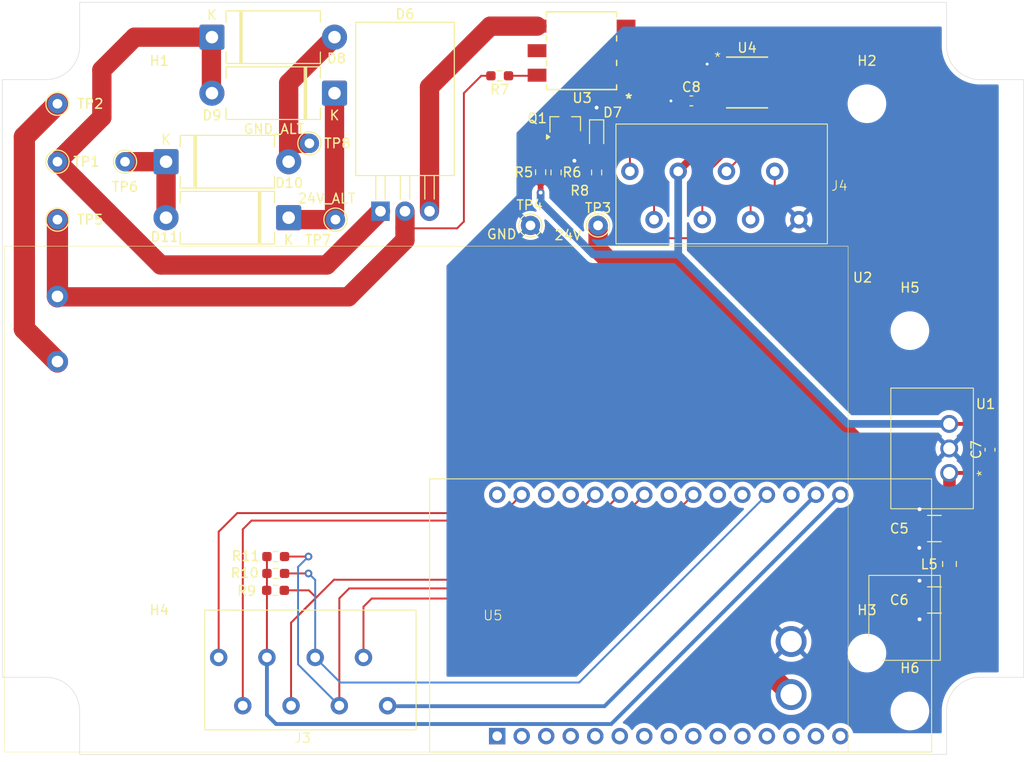
<source format=kicad_pcb>
(kicad_pcb (version 20241229) (generator "pcbnew") (generator_version "9.0")
  (layers (0 "F.Cu" signal) (2 "B.Cu" signal) (13 "F.Paste" user) (15 "B.Paste" user) (5 "F.SilkS" user "F.Silkscreen") (7 "B.SilkS" user "B.Silkscreen") (1 "F.Mask" user) (3 "B.Mask" user) (25 "Edge.Cuts" user))
  (net 0 "")
  (net 1 "Net-(U1-Vin)")
  (net 2 "GND")
  (net 3 "+24V")
  (net 4 "+3V3")
  (net 5 "Net-(D6-G)")
  (net 6 "/Smart Roaster/TC+")
  (net 7 "/Smart Roaster/TC-")
  (net 8 "/Smart Roaster/nCS")
  (net 9 "/Smart Roaster/HEAT_ON")
  (net 10 "/Smart Roaster/POCI")
  (net 11 "/Smart Roaster/SCK")
  (net 12 "Net-(Q1-C)")
  (net 13 "Net-(Q1-B)")
  (net 14 "Net-(U3-A)")
  (net 15 "Net-(U3-A2)")
  (net 16 "/Smart Roaster/N (blue)")
  (net 18 "/Smart Roaster/heat_blue")
  (net 19 "/Smart Roaster/heat_black")
  (net 20 "Net-(D7-A)")
  (net 21 "Net-(J3-Pin_1)")
  (net 22 "Net-(J3-Pin_2)")
  (net 44 "GND_mc")
  (net 45 "/Smart Roaster/HEAT_ON_mc")
  (net 46 "/Smart Roaster/POCI_mc")
  (net 47 "+3V3_mc")
  (net 48 "/Smart Roaster/SCK_mc")
  (net 49 "/Smart Roaster/nCS_mc")
  (net 51 "Net-(D11-K)")
  (net 52 "/Smart Roaster/heat_white")
  (net 53 "Net-(D10-A)")
  (footprint "Diode_THT:D_DO-201_P12.70mm_Horizontal" (layer "F.Cu") (at 29.65 22.3 180)
    (property "Reference" "D11" (at 12.85 -2 0) (layer "F.SilkS"))
    (property "Value" "1N5401")
    (fp_line (start 11.235 2.725) (end 11.235 1.54) (stroke (width 0.12)) (layer "F.SilkS"))
    (fp_line (start 11.235 -2.725) (end 11.235 -1.54) (stroke (width 0.12)) (layer "F.SilkS"))
    (fp_line (start 3.1345 -2.725) (end 3.1345 2.725) (stroke (width 0.12)) (layer "F.SilkS"))
    (fp_line (start 3.0145 -2.725) (end 3.0145 2.725) (stroke (width 0.12)) (layer "F.SilkS"))
    (fp_line (start 2.8945 -2.725) (end 2.8945 2.725) (stroke (width 0.12)) (layer "F.SilkS"))
    (fp_line (start 1.465 2.725) (end 11.235 2.725) (stroke (width 0.12)) (layer "F.SilkS"))
    (fp_line (start 1.465 1.54) (end 1.465 2.725) (stroke (width 0.12)) (layer "F.SilkS"))
    (fp_line (start 1.465 -1.54) (end 1.465 -2.725) (stroke (width 0.12)) (layer "F.SilkS"))
    (fp_line (start 1.465 -2.725) (end 11.235 -2.725) (stroke (width 0.12)) (layer "F.SilkS"))
    (fp_text user "K" (at 0 -2.3 0) (layer "F.SilkS"))
    (pad "1" thru_hole roundrect (at 0 0 180) (size 2.6 2.6) (drill 1.3) (layers "*.Cu" "*.Mask") (roundrect_rratio 0.096154) (net 51 "Net-(D11-K)"))
    (pad "2" thru_hole circle (at 12.7 0 180) (size 2.6 2.6) (drill 1.3) (layers "*.Cu" "*.Mask") (net 52 "/Smart Roaster/heat_white"))
  )
  (footprint "Resistor_SMD:R_0603_1608Metric_Pad0.98x0.95mm_HandSolder" (layer "F.Cu") (at 61.55 17.6125 90)
    (property "Reference" "R8" (at -1.8875 -1.75 180) (layer "F.SilkS"))
    (property "Value" "10K")
    (fp_line (start -0.254724 -0.5225) (end 0.254724 -0.5225) (stroke (width 0.12)) (layer "F.SilkS"))
    (fp_line (start -0.254724 0.5225) (end 0.254724 0.5225) (stroke (width 0.12)) (layer "F.SilkS"))
    (pad "1" smd roundrect (at -0.9125 0 90) (size 0.975 0.95) (layers "F.Cu" "F.Mask" "F.Paste") (net 9 "/Smart Roaster/HEAT_ON"))
    (pad "2" smd roundrect (at 0.9125 0 90) (size 0.975 0.95) (layers "F.Cu" "F.Mask" "F.Paste") (net 20 "Net-(D7-A)"))
  )
  (footprint "TestPoint:TestPoint_THTPad_D2.0mm_Drill1.0mm" (layer "F.Cu") (at 5.7 16.5)
    (property "Reference" "TP1" (at 3 0.002 0) (layer "F.SilkS"))
    (property "Value" "TestPoint")
    (fp_circle (center 0 0) (end 0 1.2) (stroke (width 0.12)) (fill no) (layer "F.SilkS"))
    (pad "1" thru_hole circle (at 0 0) (size 2 2) (drill 1) (layers "*.Cu" "*.Mask") (net 18 "/Smart Roaster/heat_blue"))
  )
  (footprint "Capacitor_SMD:C_1210_3225Metric_Pad1.33x2.70mm_HandSolder" (layer "F.Cu") (at 96.5375 54.5 180)
    (property "Reference" "C5" (at 3.6375 0 0) (layer "F.SilkS"))
    (property "Value" "10uF")
    (fp_line (start -0.711252 1.36) (end 0.711252 1.36) (stroke (width 0.12)) (layer "F.SilkS"))
    (fp_line (start -0.711252 -1.36) (end 0.711252 -1.36) (stroke (width 0.12)) (layer "F.SilkS"))
    (pad "1" smd roundrect (at -1.5625 0 180) (size 1.325 2.7) (layers "F.Cu" "F.Mask" "F.Paste") (roundrect_rratio 0.188679) (net 1 "Net-(U1-Vin)"))
    (pad "2" smd roundrect (at 1.5625 0 180) (size 1.325 2.7) (layers "F.Cu" "F.Mask" "F.Paste") (roundrect_rratio 0.188679) (net 2 "GND"))
  )
  (footprint "Resistor_SMD:R_0603_1608Metric_Pad0.98x0.95mm_HandSolder" (layer "F.Cu") (at 28.3125 59.15 180)
    (property "Reference" "R10" (at 3.2125 0.05 0) (layer "F.SilkS"))
    (property "Value" "10K")
    (fp_line (start -0.254724 0.5225) (end 0.254724 0.5225) (stroke (width 0.12)) (layer "F.SilkS"))
    (fp_line (start -0.254724 -0.5225) (end 0.254724 -0.5225) (stroke (width 0.12)) (layer "F.SilkS"))
    (pad "1" smd roundrect (at -0.9125 0 180) (size 0.975 0.95) (layers "F.Cu" "F.Mask" "F.Paste") (net 49 "/Smart Roaster/nCS_mc"))
    (pad "2" smd roundrect (at 0.9125 0 180) (size 0.975 0.95) (layers "F.Cu" "F.Mask" "F.Paste") (net 47 "+3V3_mc"))
  )
  (footprint "Resistor_SMD:R_0603_1608Metric_Pad0.98x0.95mm_HandSolder" (layer "F.Cu") (at 57.35 17.6125 90)
    (property "Reference" "R6" (at 0.0125 1.65 180) (layer "F.SilkS"))
    (property "Value" "100R")
    (fp_line (start -0.254724 -0.5225) (end 0.254724 -0.5225) (stroke (width 0.12)) (layer "F.SilkS"))
    (fp_line (start -0.254724 0.5225) (end 0.254724 0.5225) (stroke (width 0.12)) (layer "F.SilkS"))
    (pad "1" smd roundrect (at -0.9125 0 90) (size 0.975 0.95) (layers "F.Cu" "F.Mask" "F.Paste") (net 9 "/Smart Roaster/HEAT_ON"))
    (pad "2" smd roundrect (at 0.9125 0 90) (size 0.975 0.95) (layers "F.Cu" "F.Mask" "F.Paste") (net 13 "Net-(Q1-B)"))
  )
  (footprint "Diode_THT:D_DO-201_P12.70mm_Horizontal" (layer "F.Cu") (at 21.7 3.6)
    (property "Reference" "D8" (at 12.9 2.2 0) (layer "F.SilkS"))
    (property "Value" "1N5401")
    (fp_line (start 1.465 -2.725) (end 11.235 -2.725) (stroke (width 0.12)) (layer "F.SilkS"))
    (fp_line (start 1.465 -1.54) (end 1.465 -2.725) (stroke (width 0.12)) (layer "F.SilkS"))
    (fp_line (start 1.465 1.54) (end 1.465 2.725) (stroke (width 0.12)) (layer "F.SilkS"))
    (fp_line (start 1.465 2.725) (end 11.235 2.725) (stroke (width 0.12)) (layer "F.SilkS"))
    (fp_line (start 2.8945 -2.725) (end 2.8945 2.725) (stroke (width 0.12)) (layer "F.SilkS"))
    (fp_line (start 3.0145 -2.725) (end 3.0145 2.725) (stroke (width 0.12)) (layer "F.SilkS"))
    (fp_line (start 3.1345 -2.725) (end 3.1345 2.725) (stroke (width 0.12)) (layer "F.SilkS"))
    (fp_line (start 11.235 -2.725) (end 11.235 -1.54) (stroke (width 0.12)) (layer "F.SilkS"))
    (fp_line (start 11.235 2.725) (end 11.235 1.54) (stroke (width 0.12)) (layer "F.SilkS"))
    (fp_text user "K" (at 0 -2.3 0) (layer "F.SilkS"))
    (pad "1" thru_hole roundrect (at 0 0) (size 2.6 2.6) (drill 1.3) (layers "*.Cu" "*.Mask") (roundrect_rratio 0.096154) (net 18 "/Smart Roaster/heat_blue"))
    (pad "2" thru_hole circle (at 12.7 0) (size 2.6 2.6) (drill 1.3) (layers "*.Cu" "*.Mask") (net 53 "Net-(D10-A)"))
  )
  (footprint "MountingHole:MountingHole_3.5mm" (layer "F.Cu") (at 94 34)
    (property "Reference" "H5" (at 0 -4.45 0) (layer "F.SilkS"))
    (property "Value" "MountingHole")
    (pad "" np_thru_hole circle (at 0 0) (size 3.5 3.5) (drill 3.5) (layers "*.Cu" "*.Mask"))
  )
  (footprint "Capacitor_SMD:C_1210_3225Metric_Pad1.33x2.70mm_HandSolder" (layer "F.Cu") (at 96.5375 61.9 180)
    (property "Reference" "C6" (at 3.6375 0 0) (layer "F.SilkS"))
    (property "Value" "10uF")
    (fp_line (start -0.711252 1.36) (end 0.711252 1.36) (stroke (width 0.12)) (layer "F.SilkS"))
    (fp_line (start -0.711252 -1.36) (end 0.711252 -1.36) (stroke (width 0.12)) (layer "F.SilkS"))
    (pad "1" smd roundrect (at -1.5625 0 180) (size 1.325 2.7) (layers "F.Cu" "F.Mask" "F.Paste") (roundrect_rratio 0.188679) (net 3 "+24V"))
    (pad "2" smd roundrect (at 1.5625 0 180) (size 1.325 2.7) (layers "F.Cu" "F.Mask" "F.Paste") (roundrect_rratio 0.188679) (net 2 "GND"))
  )
  (footprint "Capacitor_SMD:C_0603_1608Metric_Pad1.08x0.95mm_HandSolder" (layer "F.Cu") (at 71.3625 10.2)
    (property "Reference" "C8" (at 0 -1.43 0) (layer "F.SilkS"))
    (property "Value" "100nF")
    (fp_line (start -0.146267 -0.51) (end 0.146267 -0.51) (stroke (width 0.12)) (layer "F.SilkS"))
    (fp_line (start -0.146267 0.51) (end 0.146267 0.51) (stroke (width 0.12)) (layer "F.SilkS"))
    (pad "1" smd roundrect (at -0.8625 0) (size 1.075 0.95) (layers "F.Cu" "F.Mask" "F.Paste") (net 2 "GND"))
    (pad "2" smd roundrect (at 0.8625 0) (size 1.075 0.95) (layers "F.Cu" "F.Mask" "F.Paste") (net 4 "+3V3"))
  )
  (footprint "Inductor_SMD:L_0805_2012Metric_Pad1.15x1.40mm_HandSolder" (layer "F.Cu") (at 98.1 58.175 90)
    (property "Reference" "L5" (at -0.025 -2.1 0) (layer "F.SilkS"))
    (property "Value" "100uH")
    (fp_line (start -0.261252 -0.71) (end 0.261252 -0.71) (stroke (width 0.12)) (layer "F.SilkS"))
    (fp_line (start -0.261252 0.71) (end 0.261252 0.71) (stroke (width 0.12)) (layer "F.SilkS"))
    (pad "1" smd roundrect (at -1.025 0 90) (size 1.15 1.4) (layers "F.Cu" "F.Mask" "F.Paste") (roundrect_rratio 0.217391) (net 3 "+24V"))
    (pad "2" smd roundrect (at 1.025 0 90) (size 1.15 1.4) (layers "F.Cu" "F.Mask" "F.Paste") (roundrect_rratio 0.217391) (net 1 "Net-(U1-Vin)"))
  )
  (footprint "Capacitor_SMD:C_0603_1608Metric_Pad1.08x0.95mm_HandSolder" (layer "F.Cu") (at 102.3 46.3325 90)
    (property "Reference" "C7" (at 0 -1.43 90) (layer "F.SilkS"))
    (property "Value" "1nF")
    (fp_line (start -0.146267 -0.51) (end 0.146267 -0.51) (stroke (width 0.12)) (layer "F.SilkS"))
    (fp_line (start -0.146267 0.51) (end 0.146267 0.51) (stroke (width 0.12)) (layer "F.SilkS"))
    (pad "1" smd roundrect (at -0.8625 0 90) (size 1.075 0.95) (layers "F.Cu" "F.Mask" "F.Paste") (net 1 "Net-(U1-Vin)"))
    (pad "2" smd roundrect (at 0.8625 0 90) (size 1.075 0.95) (layers "F.Cu" "F.Mask" "F.Paste") (net 4 "+3V3"))
  )
  (footprint "Package_TO_SOT_THT:TO-220-3_Horizontal_TabDown" (layer "F.Cu") (at 39.16 21.63)
    (property "Reference" "D6" (at 2.54 -20.41 0) (layer "F.SilkS"))
    (property "Value" "BTA24-600BWRG")
    (fp_line (start -2.57 -19.57) (end 7.65 -19.57) (stroke (width 0.12)) (layer "F.SilkS"))
    (fp_line (start -2.57 -3.7) (end -2.57 -19.57) (stroke (width 0.12)) (layer "F.SilkS"))
    (fp_line (start -2.57 -3.7) (end 7.65 -3.7) (stroke (width 0.12)) (layer "F.SilkS"))
    (fp_line (start -0.485 -3.7) (end -0.485 -1.26) (stroke (width 0.12)) (layer "F.SilkS"))
    (fp_line (start 0.485 -3.7) (end 0.485 -1.26) (stroke (width 0.12)) (layer "F.SilkS"))
    (fp_line (start 2.055 -3.7) (end 2.055 -1.26) (stroke (width 0.12)) (layer "F.SilkS"))
    (fp_line (start 3.025 -3.7) (end 3.025 -1.26) (stroke (width 0.12)) (layer "F.SilkS"))
    (fp_line (start 4.595 -3.7) (end 4.595 -1.26) (stroke (width 0.12)) (layer "F.SilkS"))
    (fp_line (start 5.565 -3.7) (end 5.565 -1.26) (stroke (width 0.12)) (layer "F.SilkS"))
    (fp_line (start 7.65 -3.7) (end 7.65 -19.57) (stroke (width 0.12)) (layer "F.SilkS"))
    (pad "" np_thru_hole circle (at 2.54 -16.66) (size 3.5 3.5) (drill 3.5) (layers "*.Cu" "*.Mask"))
    (pad "1" thru_hole rect (at 0 0) (size 1.905 2) (drill 1.1) (layers "*.Cu" "*.Mask") (net 18 "/Smart Roaster/heat_blue"))
    (pad "2" thru_hole oval (at 2.54 0) (size 1.905 2) (drill 1.1) (layers "*.Cu" "*.Mask") (net 19 "/Smart Roaster/heat_black"))
    (pad "3" thru_hole oval (at 5.08 0) (size 1.905 2) (drill 1.1) (layers "*.Cu" "*.Mask") (net 5 "Net-(D6-G)"))
  )
  (footprint "MountingHole:MountingHole_3.5mm" (layer "F.Cu") (at 16.25 67.4)
    (property "Reference" "H4" (at 0 -4.45 0) (layer "F.SilkS"))
    (property "Value" "MountingHole")
    (pad "" np_thru_hole circle (at 0 0) (size 3.5 3.5) (drill 3.5) (layers "*.Cu" "*.Mask"))
  )
  (footprint "TestPoint:TestPoint_THTPad_D2.0mm_Drill1.0mm" (layer "F.Cu") (at 5.7 22.5)
    (property "Reference" "TP5" (at 3.4 0 0) (layer "F.SilkS"))
    (property "Value" "TestPoint")
    (fp_circle (center 0 0) (end 0 1.2) (stroke (width 0.12)) (fill no) (layer "F.SilkS"))
    (pad "1" thru_hole circle (at 0 0) (size 2 2) (drill 1) (layers "*.Cu" "*.Mask") (net 19 "/Smart Roaster/heat_black"))
  )
  (footprint "TestPoint:TestPoint_THTPad_D2.0mm_Drill1.0mm" (layer "F.Cu") (at 5.7 10.5)
    (property "Reference" "TP2" (at 3.4 0 0) (layer "F.SilkS"))
    (property "Value" "TestPoint")
    (fp_circle (center 0 0) (end 0 1.2) (stroke (width 0.12)) (fill no) (layer "F.SilkS"))
    (pad "1" thru_hole circle (at 0 0) (size 2 2) (drill 1) (layers "*.Cu" "*.Mask") (net 16 "/Smart Roaster/N (blue)"))
  )
  (footprint "LED_SMD:LED_0603_1608Metric_Pad1.05x0.95mm_HandSolder" (layer "F.Cu") (at 61.55 13.825 -90)
    (property "Reference" "D7" (at -2.425 -1.65 180) (layer "F.SilkS"))
    (property "Value" "Green")
    (fp_line (start -1.66 0.735) (end 0.8 0.735) (stroke (width 0.12)) (layer "F.SilkS"))
    (fp_line (start -1.66 -0.735) (end -1.66 0.735) (stroke (width 0.12)) (layer "F.SilkS"))
    (fp_line (start 0.8 -0.735) (end -1.66 -0.735) (stroke (width 0.12)) (layer "F.SilkS"))
    (pad "1" smd roundrect (at -0.875 0 270) (size 1.05 0.95) (layers "F.Cu" "F.Mask" "F.Paste") (net 2 "GND"))
    (pad "2" smd roundrect (at 0.875 0 270) (size 1.05 0.95) (layers "F.Cu" "F.Mask" "F.Paste") (net 20 "Net-(D7-A)"))
  )
  (footprint "Package_TO_SOT_SMD:SOT-23_Handsoldering" (layer "F.Cu") (at 58.3 12.6 90)
    (property "Reference" "Q1" (at 0.6 -2.9 180) (layer "F.SilkS"))
    (property "Value" "BC847B")
    (fp_line (start 0.76 -1.58) (end 0.76 -0.65) (stroke (width 0.12)) (layer "F.SilkS"))
    (fp_line (start -0.04 -1.58) (end 0.76 -1.58) (stroke (width 0.12)) (layer "F.SilkS"))
    (fp_line (start -0.04 -1.58) (end -0.84 -1.58) (stroke (width 0.12)) (layer "F.SilkS"))
    (fp_line (start 0.76 1.58) (end 0.76 0.65) (stroke (width 0.12)) (layer "F.SilkS"))
    (fp_line (start 0.76 1.58) (end -0.7 1.58) (stroke (width 0.12)) (layer "F.SilkS"))
    (fp_poly (pts (xy -1.34 -1.61) (xy -1.58 -1.94) (xy -1.1 -1.94) (xy -1.34 -1.61)) (stroke (width 0.12)) (fill yes) (layer "F.SilkS"))
    (pad "1" smd roundrect (at -1.5 -0.95 90) (size 1.9 0.8) (layers "F.Cu" "F.Mask" "F.Paste") (net 13 "Net-(Q1-B)"))
    (pad "2" smd roundrect (at -1.5 0.95 90) (size 1.9 0.8) (layers "F.Cu" "F.Mask" "F.Paste") (net 2 "GND"))
    (pad "3" smd roundrect (at 1.5 0 90) (size 1.9 0.8) (layers "F.Cu" "F.Mask" "F.Paste") (net 12 "Net-(Q1-C)"))
  )
  (footprint "TestPoint:TestPoint_THTPad_D2.0mm_Drill1.0mm" (layer "F.Cu") (at 54.7 23.1)
    (property "Reference" "TP4" (at -0.1 -2.1 0) (layer "F.SilkS"))
    (property "Value" "TestPoint")
    (fp_circle (center 0 0) (end 0 1.2) (stroke (width 0.12)) (fill no) (layer "F.SilkS"))
    (pad "1" thru_hole circle (at 0 0) (size 2 2) (drill 1) (layers "*.Cu" "*.Mask") (net 2 "GND"))
  )
  (footprint "MountingHole:MountingHole_3.5mm" (layer "F.Cu") (at 16.25 10.5)
    (property "Reference" "H1" (at 0 -4.45 0) (layer "F.SilkS"))
    (property "Value" "MountingHole")
    (pad "" np_thru_hole circle (at 0 0) (size 3.5 3.5) (drill 3.5) (layers "*.Cu" "*.Mask"))
  )
  (footprint "proj_footprints:IRM60_MEANWELL" (layer "F.Cu") (at 43.9 51.45)
    (property "Reference" "U2" (at 45.2 -22.95 180) (layer "F.SilkS"))
    (property "Value" "IRM-45-24")
    (fp_rect (start -43.7 -26.2) (end 43.7 26.2) (stroke (width 0.05)) (fill no) (layer "F.SilkS"))
    (pad "1" thru_hole circle (at -38.2 -21) (size 2.2 2.2) (drill 1.2) (layers "*.Cu" "*.Mask") (net 19 "/Smart Roaster/heat_black"))
    (pad "2" thru_hole circle (at -38.2 -14.25) (size 2.2 2.2) (drill 1.2) (layers "*.Cu" "*.Mask") (net 16 "/Smart Roaster/N (blue)"))
    (pad "3" thru_hole circle (at 37.8 20.25) (size 3.2 3.2) (drill 2.2) (layers "*.Cu" "*.Mask") (net 3 "+24V"))
    (pad "4" thru_hole circle (at 37.8 14.75) (size 3.2 3.2) (drill 2.2) (layers "*.Cu" "*.Mask") (net 2 "GND"))
  )
  (footprint "Resistor_SMD:R_0603_1608Metric_Pad0.98x0.95mm_HandSolder" (layer "F.Cu") (at 51.5125 7.6 180)
    (property "Reference" "R7" (at 0 -1.43 0) (layer "F.SilkS"))
    (property "Value" "10K0")
    (fp_line (start -0.254724 0.5225) (end 0.254724 0.5225) (stroke (width 0.12)) (layer "F.SilkS"))
    (fp_line (start -0.254724 -0.5225) (end 0.254724 -0.5225) (stroke (width 0.12)) (layer "F.SilkS"))
    (pad "1" smd roundrect (at -0.9125 0 180) (size 0.975 0.95) (layers "F.Cu" "F.Mask" "F.Paste") (net 15 "Net-(U3-A2)"))
    (pad "2" smd roundrect (at 0.9125 0 180) (size 0.975 0.95) (layers "F.Cu" "F.Mask" "F.Paste") (net 19 "/Smart Roaster/heat_black"))
  )
  (footprint "proj_footprints:1990067_PHOENIX" (layer "F.Cu") (at 73.75 20 180)
    (property "Reference" "J4" (at -12.95 1 0) (layer "F.SilkS") (effects (font (thickness 0.1))))
    (property "Value" "~")
    (fp_rect (start -11.7 -5) (end 10.2 7.4) (stroke (width 0.1)) (fill no) (layer "F.SilkS"))
    (pad "1" thru_hole circle (at 8.75 2.5 180) (size 1.8 1.8) (drill 1) (layers "*.Cu" "*.Mask") (net 7 "/Smart Roaster/TC-"))
    (pad "2" thru_hole circle (at 6.25 -2.5 180) (size 1.8 1.8) (drill 1) (layers "*.Cu" "*.Mask") (net 6 "/Smart Roaster/TC+"))
    (pad "3" thru_hole circle (at 3.75 2.5 180) (size 1.8 1.8) (drill 1) (layers "*.Cu" "*.Mask") (net 4 "+3V3"))
    (pad "4" thru_hole circle (at 1.25 -2.5 180) (size 1.8 1.8) (drill 1) (layers "*.Cu" "*.Mask") (net 10 "/Smart Roaster/POCI"))
    (pad "5" thru_hole circle (at -1.25 2.5 180) (size 1.8 1.8) (drill 1) (layers "*.Cu" "*.Mask") (net 8 "/Smart Roaster/nCS"))
    (pad "6" thru_hole circle (at -3.75 -2.5 180) (size 1.8 1.8) (drill 1) (layers "*.Cu" "*.Mask") (net 11 "/Smart Roaster/SCK"))
    (pad "7" thru_hole circle (at -6.25 2.5 180) (size 1.8 1.8) (drill 1) (layers "*.Cu" "*.Mask") (net 9 "/Smart Roaster/HEAT_ON"))
    (pad "8" thru_hole circle (at -8.75 -2.5 180) (size 1.8 1.8) (drill 1) (layers "*.Cu" "*.Mask") (net 2 "GND"))
  )
  (footprint "proj_footprints:SOIC127P600X175-8" (layer "F.Cu") (at 77.135 8.295)
    (property "Reference" "U4" (at 0 -3.595 0) (layer "F.SilkS"))
    (property "Value" "MAX31855")
    (fp_line (start -2.1209 2.6289) (end 2.1209 2.6289) (stroke (width 0.1524)) (layer "F.SilkS"))
    (fp_line (start 2.1209 -2.6289) (end -2.1209 -2.6289) (stroke (width 0.1524)) (layer "F.SilkS"))
    (fp_text user "*" (at -3.5 -2 0) (layer "F.SilkS") (effects (font (thickness 0.1)) (justify left bottom)))
    (pad "1" smd rect (at -2.465 -1.905) (size 1.98 0.53) (layers "F.Cu" "F.Mask" "F.Paste") (net 2 "GND"))
    (pad "2" smd rect (at -2.465 -0.635) (size 1.98 0.53) (layers "F.Cu" "F.Mask" "F.Paste") (net 7 "/Smart Roaster/TC-"))
    (pad "3" smd rect (at -2.465 0.635) (size 1.98 0.53) (layers "F.Cu" "F.Mask" "F.Paste") (net 6 "/Smart Roaster/TC+"))
    (pad "4" smd rect (at -2.465 1.905) (size 1.98 0.53) (layers "F.Cu" "F.Mask" "F.Paste") (net 4 "+3V3"))
    (pad "5" smd rect (at 2.465 1.905) (size 1.98 0.53) (layers "F.Cu" "F.Mask" "F.Paste") (net 11 "/Smart Roaster/SCK"))
    (pad "6" smd rect (at 2.465 0.635) (size 1.98 0.53) (layers "F.Cu" "F.Mask" "F.Paste") (net 8 "/Smart Roaster/nCS"))
    (pad "7" smd rect (at 2.465 -0.635) (size 1.98 0.53) (layers "F.Cu" "F.Mask" "F.Paste") (net 10 "/Smart Roaster/POCI"))
    (pad "8" smd rect (at 2.465 -1.905) (size 1.98 0.53) (layers "F.Cu" "F.Mask" "F.Paste"))
  )
  (footprint "TestPoint:TestPoint_THTPad_D2.0mm_Drill1.0mm" (layer "F.Cu") (at 61.7 23.1)
    (property "Reference" "TP3" (at 0 -1.8 0) (layer "F.SilkS"))
    (property "Value" "TestPoint")
    (fp_circle (center 0 0) (end 0 1.2) (stroke (width 0.12)) (fill no) (layer "F.SilkS"))
    (pad "1" thru_hole circle (at 0 0) (size 2 2) (drill 1) (layers "*.Cu" "*.Mask") (net 3 "+24V"))
  )
  (footprint "MountingHole:MountingHole_3.5mm" (layer "F.Cu") (at 89.55 10.5)
    (property "Reference" "H2" (at 0 -4.45 0) (layer "F.SilkS"))
    (property "Value" "MountingHole")
    (pad "" np_thru_hole circle (at 0 0) (size 3.5 3.5) (drill 3.5) (layers "*.Cu" "*.Mask"))
  )
  (footprint "Diode_THT:D_DO-201_P12.70mm_Horizontal" (layer "F.Cu") (at 34.4 9.4 180)
    (property "Reference" "D9" (at 12.7 -2.3 0) (layer "F.SilkS"))
    (property "Value" "1N5401")
    (fp_line (start 11.235 2.725) (end 11.235 1.54) (stroke (width 0.12)) (layer "F.SilkS"))
    (fp_line (start 11.235 -2.725) (end 11.235 -1.54) (stroke (width 0.12)) (layer "F.SilkS"))
    (fp_line (start 3.1345 -2.725) (end 3.1345 2.725) (stroke (width 0.12)) (layer "F.SilkS"))
    (fp_line (start 3.0145 -2.725) (end 3.0145 2.725) (stroke (width 0.12)) (layer "F.SilkS"))
    (fp_line (start 2.8945 -2.725) (end 2.8945 2.725) (stroke (width 0.12)) (layer "F.SilkS"))
    (fp_line (start 1.465 2.725) (end 11.235 2.725) (stroke (width 0.12)) (layer "F.SilkS"))
    (fp_line (start 1.465 1.54) (end 1.465 2.725) (stroke (width 0.12)) (layer "F.SilkS"))
    (fp_line (start 1.465 -1.54) (end 1.465 -2.725) (stroke (width 0.12)) (layer "F.SilkS"))
    (fp_line (start 1.465 -2.725) (end 11.235 -2.725) (stroke (width 0.12)) (layer "F.SilkS"))
    (fp_text user "K" (at 0 -2.3 0) (layer "F.SilkS"))
    (pad "1" thru_hole roundrect (at 0 0 180) (size 2.6 2.6) (drill 1.3) (layers "*.Cu" "*.Mask") (roundrect_rratio 0.096154) (net 51 "Net-(D11-K)"))
    (pad "2" thru_hole circle (at 12.7 0 180) (size 2.6 2.6) (drill 1.3) (layers "*.Cu" "*.Mask") (net 18 "/Smart Roaster/heat_blue"))
  )
  (footprint "proj_footprints:1990067_PHOENIX" (layer "F.Cu") (at 31.15 70.35 180)
    (property "Reference" "J3" (at 0.05 -5.85 0) (layer "F.SilkS") (effects (font (thickness 0.1))))
    (property "Value" "~")
    (fp_rect (start -11.7 -5) (end 10.2 7.4) (stroke (width 0.1)) (fill no) (layer "F.SilkS"))
    (pad "1" thru_hole circle (at 8.75 2.5 180) (size 1.8 1.8) (drill 1) (layers "*.Cu" "*.Mask") (net 21 "Net-(J3-Pin_1)"))
    (pad "2" thru_hole circle (at 6.25 -2.5 180) (size 1.8 1.8) (drill 1) (layers "*.Cu" "*.Mask") (net 22 "Net-(J3-Pin_2)"))
    (pad "3" thru_hole circle (at 3.75 2.5 180) (size 1.8 1.8) (drill 1) (layers "*.Cu" "*.Mask") (net 47 "+3V3_mc"))
    (pad "4" thru_hole circle (at 1.25 -2.5 180) (size 1.8 1.8) (drill 1) (layers "*.Cu" "*.Mask") (net 46 "/Smart Roaster/POCI_mc"))
    (pad "5" thru_hole circle (at -1.25 2.5 180) (size 1.8 1.8) (drill 1) (layers "*.Cu" "*.Mask") (net 49 "/Smart Roaster/nCS_mc"))
    (pad "6" thru_hole circle (at -3.75 -2.5 180) (size 1.8 1.8) (drill 1) (layers "*.Cu" "*.Mask") (net 48 "/Smart Roaster/SCK_mc"))
    (pad "7" thru_hole circle (at -6.25 2.5 180) (size 1.8 1.8) (drill 1) (layers "*.Cu" "*.Mask") (net 45 "/Smart Roaster/HEAT_ON_mc"))
    (pad "8" thru_hole circle (at -8.75 -2.5 180) (size 1.8 1.8) (drill 1) (layers "*.Cu" "*.Mask") (net 44 "GND_mc"))
  )
  (footprint "MountingHole:MountingHole_3.5mm" (layer "F.Cu") (at 94 73.4)
    (property "Reference" "H6" (at 0 -4.45 0) (layer "F.SilkS"))
    (property "Value" "MountingHole")
    (pad "" np_thru_hole circle (at 0 0) (size 3.5 3.5) (drill 3.5) (layers "*.Cu" "*.Mask"))
  )
  (footprint "TestPoint:TestPoint_THTPad_D2.0mm_Drill1.0mm" (layer "F.Cu") (at 31.8 14.6)
    (property "Reference" "TP8" (at 2.9 0 0) (layer "F.SilkS"))
    (property "Value" "TestPoint")
    (fp_circle (center 0 0) (end 0 1.2) (stroke (width 0.12)) (fill no) (layer "F.SilkS"))
    (pad "1" thru_hole circle (at 0 0) (size 2 2) (drill 1) (layers "*.Cu" "*.Mask") (net 53 "Net-(D10-A)"))
  )
  (footprint "proj_footprints:R-78K3.3-0.5_RECOM" (layer "F.Cu") (at 98.075 48.74 90)
    (property "Reference" "U1" (at 7.14 3.765 180) (layer "F.SilkS"))
    (property "Value" "R-78K3.3-0.5")
    (fp_rect (start -3.71 -6.05) (end 8.79 2.5) (stroke (width 0.1)) (fill no) (layer "F.SilkS"))
    (fp_text user "*" (at -0.5 4 90) (layer "F.SilkS") (effects (font (thickness 0.1)) (justify left bottom)))
    (pad "1" thru_hole circle (at 0 0 90) (size 1.85 1.85) (drill 1.25) (layers "*.Cu" "*.Mask") (net 1 "Net-(U1-Vin)"))
    (pad "2" thru_hole circle (at 2.54 0 90) (size 1.85 1.85) (drill 1.25) (layers "*.Cu" "*.Mask") (net 2 "GND"))
    (pad "3" thru_hole circle (at 5.08 0 90) (size 1.85 1.85) (drill 1.25) (layers "*.Cu" "*.Mask") (net 4 "+3V3"))
  )
  (footprint "TestPoint:TestPoint_THTPad_D2.0mm_Drill1.0mm" (layer "F.Cu") (at 12.7 16.5)
    (property "Reference" "TP6" (at 0 2.602 0) (layer "F.SilkS"))
    (property "Value" "TestPoint")
    (fp_circle (center 0 0) (end 0 1.2) (stroke (width 0.12)) (fill no) (layer "F.SilkS"))
    (pad "1" thru_hole circle (at 0 0) (size 2 2) (drill 1) (layers "*.Cu" "*.Mask") (net 52 "/Smart Roaster/heat_white"))
  )
  (footprint "proj_footprints:ESP32-WROOM32D-DEVBOARD" (layer "F.Cu") (at 51.25 63.5 90)
    (property "Reference" "U5" (at 0 -0.45 0) (layer "F.SilkS") (effects (font (thickness 0.1))))
    (property "Value" "~")
    (fp_rect (start -14.15 -7) (end 14.15 45) (stroke (width 0.1)) (fill no) (layer "F.SilkS"))
    (fp_rect (start -4.65 38.5) (end 4.15 45.9) (stroke (width 0.1)) (fill no) (layer "F.SilkS"))
    (pad "1" thru_hole rect (at -12.5 0 90) (size 1.7 1.7) (drill 1) (layers "*.Cu" "*.Mask"))
    (pad "2" thru_hole circle (at -12.5 2.54 90) (size 1.7 1.7) (drill 1) (layers "*.Cu" "*.Mask"))
    (pad "3" thru_hole circle (at -12.5 5.08 90) (size 1.7 1.7) (drill 1) (layers "*.Cu" "*.Mask"))
    (pad "4" thru_hole circle (at -12.5 7.62 90) (size 1.7 1.7) (drill 1) (layers "*.Cu" "*.Mask"))
    (pad "5" thru_hole circle (at -12.5 10.16 90) (size 1.7 1.7) (drill 1) (layers "*.Cu" "*.Mask"))
    (pad "6" thru_hole circle (at -12.5 12.7 90) (size 1.7 1.7) (drill 1) (layers "*.Cu" "*.Mask"))
    (pad "7" thru_hole circle (at -12.5 15.24 90) (size 1.7 1.7) (drill 1) (layers "*.Cu" "*.Mask"))
    (pad "8" thru_hole circle (at -12.5 17.78 90) (size 1.7 1.7) (drill 1) (layers "*.Cu" "*.Mask"))
    (pad "9" thru_hole circle (at -12.5 20.32 90) (size 1.7 1.7) (drill 1) (layers "*.Cu" "*.Mask"))
    (pad "10" thru_hole circle (at -12.5 22.86 90) (size 1.7 1.7) (drill 1) (layers "*.Cu" "*.Mask"))
    (pad "11" thru_hole circle (at -12.5 25.4 90) (size 1.7 1.7) (drill 1) (layers "*.Cu" "*.Mask"))
    (pad "12" thru_hole circle (at -12.5 27.94 90) (size 1.7 1.7) (drill 1) (layers "*.Cu" "*.Mask"))
    (pad "13" thru_hole circle (at -12.5 30.48 90) (size 1.7 1.7) (drill 1) (layers "*.Cu" "*.Mask"))
    (pad "14" thru_hole circle (at -12.5 33.02 90) (size 1.7 1.7) (drill 1) (layers "*.Cu" "*.Mask"))
    (pad "15" thru_hole circle (at -12.5 35.56 90) (size 1.7 1.7) (drill 1) (layers "*.Cu" "*.Mask"))
    (pad "16" thru_hole circle (at 12.5 35.56 90) (size 1.7 1.7) (drill 1) (layers "*.Cu" "*.Mask") (net 47 "+3V3_mc"))
    (pad "17" thru_hole circle (at 12.5 33.02 90) (size 1.7 1.7) (drill 1) (layers "*.Cu" "*.Mask") (net 44 "GND_mc"))
    (pad "18" thru_hole circle (at 12.5 30.48 90) (size 1.7 1.7) (drill 1) (layers "*.Cu" "*.Mask"))
    (pad "19" thru_hole circle (at 12.5 27.94 90) (size 1.7 1.7) (drill 1) (layers "*.Cu" "*.Mask") (net 49 "/Smart Roaster/nCS_mc"))
    (pad "20" thru_hole circle (at 12.5 25.4 90) (size 1.7 1.7) (drill 1) (layers "*.Cu" "*.Mask"))
    (pad "21" thru_hole circle (at 12.5 22.86 90) (size 1.7 1.7) (drill 1) (layers "*.Cu" "*.Mask"))
    (pad "22" thru_hole circle (at 12.5 20.32 90) (size 1.7 1.7) (drill 1) (layers "*.Cu" "*.Mask") (net 45 "/Smart Roaster/HEAT_ON_mc"))
    (pad "23" thru_hole circle (at 12.5 17.78 90) (size 1.7 1.7) (drill 1) (layers "*.Cu" "*.Mask"))
    (pad "24" thru_hole circle (at 12.5 15.24 90) (size 1.7 1.7) (drill 1) (layers "*.Cu" "*.Mask") (net 48 "/Smart Roaster/SCK_mc"))
    (pad "25" thru_hole circle (at 12.5 12.7 90) (size 1.7 1.7) (drill 1) (layers "*.Cu" "*.Mask") (net 46 "/Smart Roaster/POCI_mc"))
    (pad "26" thru_hole circle (at 12.5 10.16 90) (size 1.7 1.7) (drill 1) (layers "*.Cu" "*.Mask") (net 22 "Net-(J3-Pin_2)"))
    (pad "27" thru_hole circle (at 12.5 7.62 90) (size 1.7 1.7) (drill 1) (layers "*.Cu" "*.Mask"))
    (pad "28" thru_hole circle (at 12.5 5.08 90) (size 1.7 1.7) (drill 1) (layers "*.Cu" "*.Mask"))
    (pad "29" thru_hole circle (at 12.5 2.54 90) (size 1.7 1.7) (drill 1) (layers "*.Cu" "*.Mask") (net 21 "Net-(J3-Pin_1)"))
    (pad "30" thru_hole circle (at 12.5 0 90) (size 1.7 1.7) (drill 1) (layers "*.Cu" "*.Mask"))
  )
  (footprint "Resistor_SMD:R_0603_1608Metric_Pad0.98x0.95mm_HandSolder" (layer "F.Cu") (at 55.75 17.5875 90)
    (property "Reference" "R5" (at -0.0125 -1.75 180) (layer "F.SilkS"))
    (property "Value" "100R")
    (fp_line (start -0.254724 -0.5225) (end 0.254724 -0.5225) (stroke (width 0.12)) (layer "F.SilkS"))
    (fp_line (start -0.254724 0.5225) (end 0.254724 0.5225) (stroke (width 0.12)) (layer "F.SilkS"))
    (pad "1" smd roundrect (at -0.9125 0 90) (size 0.975 0.95) (layers "F.Cu" "F.Mask" "F.Paste") (net 4 "+3V3"))
    (pad "2" smd roundrect (at 0.9125 0 90) (size 0.975 0.95) (layers "F.Cu" "F.Mask" "F.Paste") (net 14 "Net-(U3-A)"))
  )
  (footprint "MountingHole:MountingHole_3.5mm" (layer "F.Cu") (at 89.55 67.4)
    (property "Reference" "H3" (at 0 -4.45 0) (layer "F.SilkS"))
    (property "Value" "MountingHole")
    (pad "" np_thru_hole circle (at 0 0) (size 3.5 3.5) (drill 3.5) (layers "*.Cu" "*.Mask"))
  )
  (footprint "TestPoint:TestPoint_THTPad_D2.0mm_Drill1.0mm" (layer "F.Cu") (at 34.5 22.5)
    (property "Reference" "TP7" (at -1.8 2.1 0) (layer "F.SilkS"))
    (property "Value" "TestPoint")
    (fp_circle (center 0 0) (end 0 1.2) (stroke (width 0.12)) (fill no) (layer "F.SilkS"))
    (pad "1" thru_hole circle (at 0 0) (size 2 2) (drill 1) (layers "*.Cu" "*.Mask") (net 51 "Net-(D11-K)"))
  )
  (footprint "Resistor_SMD:R_0603_1608Metric_Pad0.98x0.95mm_HandSolder" (layer "F.Cu") (at 28.3125 57.4 180)
    (property "Reference" "R11" (at 3.1125 0.05 0) (layer "F.SilkS"))
    (property "Value" "10K")
    (fp_line (start -0.254724 0.5225) (end 0.254724 0.5225) (stroke (width 0.12)) (layer "F.SilkS"))
    (fp_line (start -0.254724 -0.5225) (end 0.254724 -0.5225) (stroke (width 0.12)) (layer "F.SilkS"))
    (pad "1" smd roundrect (at -0.9125 0 180) (size 0.975 0.95) (layers "F.Cu" "F.Mask" "F.Paste") (net 48 "/Smart Roaster/SCK_mc"))
    (pad "2" smd roundrect (at 0.9125 0 180) (size 0.975 0.95) (layers "F.Cu" "F.Mask" "F.Paste") (net 47 "+3V3_mc"))
  )
  (footprint "Resistor_SMD:R_0603_1608Metric_Pad0.98x0.95mm_HandSolder" (layer "F.Cu") (at 28.2875 60.9 180)
    (property "Reference" "R9" (at 2.9875 -0.05 0) (layer "F.SilkS"))
    (property "Value" "10K")
    (fp_line (start -0.254724 0.5225) (end 0.254724 0.5225) (stroke (width 0.12)) (layer "F.SilkS"))
    (fp_line (start -0.254724 -0.5225) (end 0.254724 -0.5225) (stroke (width 0.12)) (layer "F.SilkS"))
    (pad "1" smd roundrect (at -0.9125 0 180) (size 0.975 0.95) (layers "F.Cu" "F.Mask" "F.Paste") (net 46 "/Smart Roaster/POCI_mc"))
    (pad "2" smd roundrect (at 0.9125 0 180) (size 0.975 0.95) (layers "F.Cu" "F.Mask" "F.Paste") (net 47 "+3V3_mc"))
  )
  (footprint "proj_footprints:SOP6P254_730X1016X460L100X120" (layer "F.Cu") (at 59.9899 5 180)
    (property "Reference" "U3" (at -0.0601 -4.9 0) (layer "F.SilkS"))
    (property "Value" "MOC3063S")
    (fp_line (start 3.6322 4.0259) (end 3.6322 3.545393) (stroke (width 0.1524)) (layer "F.SilkS"))
    (fp_line (start 3.6322 1.534607) (end 3.6322 1.005393) (stroke (width 0.1524)) (layer "F.SilkS"))
    (fp_line (start 3.6322 -1.005393) (end 3.6322 -1.534607) (stroke (width 0.1524)) (layer "F.SilkS"))
    (fp_line (start 3.6322 -3.545393) (end 3.6322 -4.0259) (stroke (width 0.1524)) (layer "F.SilkS"))
    (fp_line (start 3.6322 -4.0259) (end -3.6322 -4.0259) (stroke (width 0.1524)) (layer "F.SilkS"))
    (fp_line (start -3.6322 4.0259) (end 3.6322 4.0259) (stroke (width 0.1524)) (layer "F.SilkS"))
    (fp_line (start -3.6322 3.545393) (end -3.6322 4.0259) (stroke (width 0.1524)) (layer "F.SilkS"))
    (fp_line (start -3.6322 1.005393) (end -3.6322 1.534607) (stroke (width 0.1524)) (layer "F.SilkS"))
    (fp_line (start -3.6322 -1.534607) (end -3.6322 -1.005393) (stroke (width 0.1524)) (layer "F.SilkS"))
    (fp_line (start -3.6322 -4.0259) (end -3.6322 -3.545393) (stroke (width 0.1524)) (layer "F.SilkS"))
    (fp_text user "*" (at -4.9101 -5 180) (layer "F.SilkS"))
    (fp_text user "*" (at -4.8641 -5.0284 180) (layer "F.SilkS"))
    (pad "1" smd rect (at -4.6101 -2.54 180) (size 1.944599 1.3454) (layers "F.Cu" "F.Mask" "F.Paste") (net 14 "Net-(U3-A)"))
    (pad "2" smd rect (at -4.6101 0 180) (size 1.944599 1.3454) (layers "F.Cu" "F.Mask" "F.Paste") (net 12 "Net-(Q1-C)"))
    (pad "3" smd rect (at -4.6101 2.54 180) (size 1.944599 1.3454) (layers "F.Cu" "F.Mask" "F.Paste"))
    (pad "4" smd rect (at 4.6101 2.54 180) (size 1.944599 1.3454) (layers "F.Cu" "F.Mask" "F.Paste") (net 5 "Net-(D6-G)"))
    (pad "5" smd rect (at 4.6101 0 180) (size 1.944599 1.3454) (layers "F.Cu" "F.Mask" "F.Paste"))
    (pad "6" smd rect (at 4.6101 -2.54 180) (size 1.944599 1.3454) (layers "F.Cu" "F.Mask" "F.Paste") (net 15 "Net-(U3-A2)"))
  )
  (footprint "Diode_THT:D_DO-201_P12.70mm_Horizontal" (layer "F.Cu") (at 16.95 16.5)
    (property "Reference" "D10" (at 12.75 2.2 0) (layer "F.SilkS"))
    (property "Value" "1N5401")
    (fp_line (start 1.465 -2.725) (end 11.235 -2.725) (stroke (width 0.12)) (layer "F.SilkS"))
    (fp_line (start 1.465 -1.54) (end 1.465 -2.725) (stroke (width 0.12)) (layer "F.SilkS"))
    (fp_line (start 1.465 1.54) (end 1.465 2.725) (stroke (width 0.12)) (layer "F.SilkS"))
    (fp_line (start 1.465 2.725) (end 11.235 2.725) (stroke (width 0.12)) (layer "F.SilkS"))
    (fp_line (start 2.8945 -2.725) (end 2.8945 2.725) (stroke (width 0.12)) (layer "F.SilkS"))
    (fp_line (start 3.0145 -2.725) (end 3.0145 2.725) (stroke (width 0.12)) (layer "F.SilkS"))
    (fp_line (start 3.1345 -2.725) (end 3.1345 2.725) (stroke (width 0.12)) (layer "F.SilkS"))
    (fp_line (start 11.235 -2.725) (end 11.235 -1.54) (stroke (width 0.12)) (layer "F.SilkS"))
    (fp_line (start 11.235 2.725) (end 11.235 1.54) (stroke (width 0.12)) (layer "F.SilkS"))
    (fp_text user "K" (at 0 -2.3 0) (layer "F.SilkS"))
    (pad "1" thru_hole roundrect (at 0 0) (size 2.6 2.6) (drill 1.3) (layers "*.Cu" "*.Mask") (roundrect_rratio 0.096154) (net 52 "/Smart Roaster/heat_white"))
    (pad "2" thru_hole circle (at 12.7 0) (size 2.6 2.6) (drill 1.3) (layers "*.Cu" "*.Mask") (net 53 "Net-(D10-A)"))
  )
  (gr_arc (start 97.8 73.4) (mid 98.825126 70.925126) (end 101.3 69.9) (stroke (width 0.05)) (layer "Edge.Cuts"))
  (gr_arc (start 8 4.5) (mid 6.974874 6.974874) (end 4.5 8) (stroke (width 0.05)) (layer "Edge.Cuts"))
  (gr_line (start 105.8 8) (end 105.8 69.9) (stroke (width 0.05)) (layer "Edge.Cuts"))
  (gr_line (start 105.8 69.9) (end 101.3 69.9) (stroke (width 0.05)) (layer "Edge.Cuts"))
  (gr_line (start 8 4.5) (end 8 0) (stroke (width 0.05)) (layer "Edge.Cuts"))
  (gr_arc (start 4.5 69.9) (mid 6.974874 70.925126) (end 8 73.4) (stroke (width 0.05)) (layer "Edge.Cuts"))
  (gr_line (start 0 8) (end 0 69.9) (stroke (width 0.05)) (layer "Edge.Cuts"))
  (gr_arc (start 101.3 8) (mid 98.825126 6.974874) (end 97.8 4.5) (stroke (width 0.05)) (layer "Edge.Cuts"))
  (gr_line (start 0 8) (end 4.5 8) (stroke (width 0.05)) (layer "Edge.Cuts"))
  (gr_line (start 8 77.9) (end 8 73.4) (stroke (width 0.05)) (layer "Edge.Cuts"))
  (gr_line (start 97.8 73.4) (end 97.8 77.9) (stroke (width 0.05)) (layer "Edge.Cuts"))
  (gr_line (start 101.3 8) (end 105.8 8) (stroke (width 0.05)) (layer "Edge.Cuts"))
  (gr_line (start 8 77.9) (end 97.8 77.9) (stroke (width 0.05)) (layer "Edge.Cuts"))
  (gr_line (start 4.5 69.9) (end 0 69.9) (stroke (width 0.05)) (layer "Edge.Cuts"))
  (gr_line (start 8 0) (end 97.8 0) (stroke (width 0.05)) (layer "Edge.Cuts"))
  (gr_line (start 97.8 0) (end 97.8 4.5) (stroke (width 0.05)) (layer "Edge.Cuts"))
  (gr_text "Smart Coffee \nRoaster v2" (at 88.1 26 0) (layer "F.Cu") (effects (font (size 1.5 1.5) (thickness 0.3) (bold yes)) (justify left bottom)))
  (gr_text "GND_ALT" (at 24.9 13.7 0) (layer "F.SilkS") (effects (font (size 1 1)) (justify left bottom)))
  (gr_text "GND" (at 50.1 24.6 0) (layer "F.SilkS") (effects (font (size 1 1)) (justify left bottom)))
  (gr_text "24V" (at 57.1 24.7 0) (layer "F.SilkS") (effects (font (size 1 1)) (justify left bottom)))
  (gr_text "24V_ALT" (at 30.5 20.9 0) (layer "F.SilkS") (effects (font (size 1 1)) (justify left bottom)))
  (segment (start 98.1 57.15) (end 98.1 48.765) (width 1.3) (layer "F.Cu") (net 1))
  (segment (start 101.31 48.74) (end 98.075 48.74) (width 0.4) (layer "F.Cu") (net 1))
  (segment (start 102.3 46.9) (end 102.3 47.75) (width 0.4) (layer "F.Cu") (net 1))
  (segment (start 98.1 48.765) (end 98.075 48.74) (width 1.3) (layer "F.Cu") (net 1))
  (segment (start 102.3 47.75) (end 101.31 48.74) (width 0.4) (layer "F.Cu") (net 1))
  (segment (start 95 61.9) (end 95 63.9) (width 1.3) (layer "F.Cu") (net 2))
  (segment (start 61.55 12.8) (end 61.55 10.9) (width 0.2) (layer "F.Cu") (net 2))
  (segment (start 59.25 14.1) (end 59.25 16.4) (width 0.2) (layer "F.Cu") (net 2))
  (segment (start 69.25 10.2) (end 70.5 10.2) (width 0.4) (layer "F.Cu") (net 2))
  (segment (start 74.67 6.39) (end 73 6.39) (width 0.4) (layer "F.Cu") (net 2))
  (segment (start 95 54.5) (end 95 52.5) (width 1.3) (layer "F.Cu") (net 2))
  (segment (start 94.975 54.5) (end 94.975 56.5) (width 1.3) (layer "F.Cu") (net 2))
  (segment (start 95 61.9) (end 95 59.9) (width 1.3) (layer "F.Cu") (net 2))
  (via (at 61.55 10.9) (size 0.8) (drill 0.4) (layers "F.Cu" "B.Cu") (net 2))
  (via (at 94.975 56.5) (size 0.8) (drill 0.4) (layers "F.Cu" "B.Cu") (net 2))
  (via (at 59.25 16.4) (size 0.8) (drill 0.4) (layers "F.Cu" "B.Cu") (net 2))
  (via (at 95 59.9) (size 0.8) (drill 0.4) (layers "F.Cu" "B.Cu") (net 2))
  (via (at 95 52.5) (size 0.8) (drill 0.4) (layers "F.Cu" "B.Cu") (net 2))
  (via (at 95 63.9) (size 0.8) (drill 0.4) (layers "F.Cu" "B.Cu") (net 2))
  (via (at 69.25 10.2) (size 0.6) (drill 0.3) (layers "F.Cu" "B.Cu") (net 2))
  (via (at 73 6.39) (size 0.6) (drill 0.3) (layers "F.Cu" "B.Cu") (net 2))
  (segment (start 86.05 57.55) (end 94.5 66) (width 1.3) (layer "F.Cu") (net 3))
  (segment (start 97.05 66) (end 98.1 64.95) (width 1.3) (layer "F.Cu") (net 3))
  (segment (start 90.225 47.4) (end 69.75 26.925) (width 2) (layer "F.Cu") (net 3))
  (segment (start 61.7 25.6) (end 61.7 23.1) (width 2) (layer "F.Cu") (net 3))
  (segment (start 98.1 64.95) (end 98.1 63.3) (width 1.3) (layer "F.Cu") (net 3))
  (segment (start 94.5 66) (end 97.05 66) (width 1.3) (layer "F.Cu") (net 3))
  (segment (start 90.225 53.375) (end 90.225 47.4) (width 2) (layer "F.Cu") (net 3))
  (segment (start 69.75 26.925) (end 63.025 26.925) (width 2) (layer "F.Cu") (net 3))
  (segment (start 78.25 65.35) (end 90.225 53.375) (width 2) (layer "F.Cu") (net 3))
  (segment (start 98.1 63.3) (end 98.1 59.2) (width 1.3) (layer "F.Cu") (net 3))
  (segment (start 78.25 68.3) (end 78.25 65.35) (width 2) (layer "F.Cu") (net 3))
  (segment (start 98.1 63.3) (end 98.1 61.9) (width 1.3) (layer "F.Cu") (net 3))
  (segment (start 81.7 71.75) (end 78.25 68.3) (width 2) (layer "F.Cu") (net 3))
  (segment (start 63.025 26.925) (end 61.7 25.6) (width 2) (layer "F.Cu") (net 3))
  (segment (start 55.75 18.5) (end 55.75 19.675) (width 0.6) (layer "F.Cu") (net 4))
  (segment (start 101.235 43.66) (end 98.075 43.66) (width 0.4) (layer "F.Cu") (net 4))
  (segment (start 102.3 44.725) (end 101.235 43.66) (width 0.4) (layer "F.Cu") (net 4))
  (segment (start 74.67 10.2) (end 72.335 10.2) (width 0.4) (layer "F.Cu") (net 4))
  (segment (start 72.335 12.29) (end 72.335 10.2) (width 0.4) (layer "F.Cu") (net 4))
  (segment (start 72.335 12.31) (end 72.325 12.3) (width 0.8) (layer "F.Cu") (net 4))
  (segment (start 70 17.5) (end 72.335 15.165) (width 0.8) (layer "F.Cu") (net 4))
  (segment (start 72.325 12.3) (end 72.335 12.29) (width 0.4) (layer "F.Cu") (net 4))
  (segment (start 72.335 15.165) (end 72.335 12.31) (width 0.8) (layer "F.Cu") (net 4))
  (segment (start 102.3 45.765) (end 102.3 44.725) (width 0.4) (layer "F.Cu") (net 4))
  (via (at 55.75 19.7) (size 0.8) (drill 0.4) (layers "F.Cu" "B.Cu") (net 4))
  (segment (start 70 26.1) (end 70 17.5) (width 0.8) (layer "B.Cu") (net 4))
  (segment (start 61.2 26.1) (end 55.75 20.65) (width 0.8) (layer "B.Cu") (net 4))
  (segment (start 87.56 43.66) (end 70 26.1) (width 0.8) (layer "B.Cu") (net 4))
  (segment (start 98.075 43.66) (end 87.56 43.66) (width 0.8) (layer "B.Cu") (net 4))
  (segment (start 55.75 20.65) (end 55.75 19.7) (width 0.8) (layer "B.Cu") (net 4))
  (segment (start 70 26.1) (end 61.2 26.1) (width 0.8) (layer "B.Cu") (net 4))
  (segment (start 55.3798 2.46) (end 50.54 2.46) (width 2) (layer "F.Cu") (net 5))
  (segment (start 50.54 2.46) (end 44.24 8.76) (width 2) (layer "F.Cu") (net 5))
  (segment (start 44.24 8.76) (end 44.24 21.63) (width 2) (layer "F.Cu") (net 5))
  (segment (start 67.5 10.025) (end 68.595 8.93) (width 0.2) (layer "F.Cu") (net 6))
  (segment (start 67.5 22.5) (end 67.5 10.025) (width 0.2) (layer "F.Cu") (net 6))
  (segment (start 68.595 8.93) (end 74.67 8.93) (width 0.2) (layer "F.Cu") (net 6))
  (segment (start 69.015 7.66) (end 74.67 7.66) (width 0.2) (layer "F.Cu") (net 7))
  (segment (start 65 11.675) (end 69.015 7.66) (width 0.2) (layer "F.Cu") (net 7))
  (segment (start 65 17.5) (end 65 11.675) (width 0.2) (layer "F.Cu") (net 7))
  (segment (start 79.6 8.93) (end 78.045 8.93) (width 0.2) (layer "F.Cu") (net 8))
  (segment (start 78.045 8.93) (end 77.1 9.875) (width 0.2) (layer "F.Cu") (net 8))
  (segment (start 75 17.5) (end 77.099 15.401) (width 0.2) (layer "F.Cu") (net 8))
  (segment (start 77.1 10.6329) (end 77.1 9.875) (width 0.2) (layer "F.Cu") (net 8))
  (segment (start 77.099 15.401) (end 77.099 10.6339) (width 0.2) (layer "F.Cu") (net 8))
  (segment (start 77.099 10.6339) (end 77.1 10.6329) (width 0.2) (layer "F.Cu") (net 8))
  (segment (start 61.5 20.35) (end 61.55 20.3) (width 0.2) (layer "F.Cu") (net 9))
  (segment (start 62.75 20.35) (end 61.025 20.35) (width 0.2) (layer "F.Cu") (net 9))
  (segment (start 80 22.95) (end 78.525 24.425) (width 0.2) (layer "F.Cu") (net 9))
  (segment (start 61.025 20.35) (end 57.95 20.35) (width 0.2) (layer "F.Cu") (net 9))
  (segment (start 80 17.5) (end 80 22.95) (width 0.2) (layer "F.Cu") (net 9))
  (segment (start 61.55 20.3) (end 61.55 18.525) (width 0.2) (layer "F.Cu") (net 9))
  (segment (start 57.35 19.75) (end 57.35 18.525) (width 0.2) (layer "F.Cu") (net 9))
  (segment (start 57.95 20.35) (end 57.35 19.75) (width 0.2) (layer "F.Cu") (net 9))
  (segment (start 78.525 24.425) (end 66.825 24.425) (width 0.2) (layer "F.Cu") (net 9))
  (segment (start 66.825 24.425) (end 62.75 20.35) (width 0.2) (layer "F.Cu") (net 9))
  (segment (start 61.025 20.35) (end 61.5 20.35) (width 0.2) (layer "F.Cu") (net 9))
  (segment (start 72.5 18.175) (end 76.698 13.977) (width 0.2) (layer "F.Cu") (net 10))
  (segment (start 77.915 7.66) (end 76.698 8.877) (width 0.2) (layer "F.Cu") (net 10))
  (segment (start 72.5 22.5) (end 72.5 18.175) (width 0.2) (layer "F.Cu") (net 10))
  (segment (start 76.698 13.977) (end 76.698 8.877) (width 0.2) (layer "F.Cu") (net 10))
  (segment (start 79.6 7.66) (end 77.915 7.66) (width 0.2) (layer "F.Cu") (net 10))
  (segment (start 77.5 22.5) (end 77.5 10.8) (width 0.2) (layer "F.Cu") (net 11))
  (segment (start 79.6 10.2) (end 78.1 10.2) (width 0.2) (layer "F.Cu") (net 11))
  (segment (start 78.1 10.2) (end 77.5 10.8) (width 0.2) (layer "F.Cu") (net 11))
  (segment (start 64.4 5) (end 64.6 5) (width 0.2) (layer "F.Cu") (net 12))
  (segment (start 58.3 11.1) (end 64.4 5) (width 0.2) (layer "F.Cu") (net 12))
  (segment (start 57.35 16.7) (end 57.35 14.1) (width 0.2) (layer "F.Cu") (net 13))
  (segment (start 63.524064 7.54) (end 64.6 7.54) (width 0.2) (layer "F.Cu") (net 14))
  (segment (start 55.75 16.675) (end 55.75 13.098999) (width 0.2) (layer "F.Cu") (net 14))
  (segment (start 56.497999 12.351) (end 58.713064 12.351) (width 0.2) (layer "F.Cu") (net 14))
  (segment (start 55.75 13.098999) (end 56.497999 12.351) (width 0.2) (layer "F.Cu") (net 14))
  (segment (start 58.713064 12.351) (end 63.524064 7.54) (width 0.2) (layer "F.Cu") (net 14))
  (segment (start 52.425 7.6) (end 55.3198 7.6) (width 0.2) (layer "F.Cu") (net 15))
  (segment (start 55.3198 7.6) (end 55.3798 7.54) (width 0.2) (layer "F.Cu") (net 15))
  (segment (start 2.275 33.825) (end 2.275 13.925) (width 2.2) (layer "F.Cu") (net 16))
  (segment (start 5.7 37.25) (end 2.275 33.825) (width 2.2) (layer "F.Cu") (net 16))
  (segment (start 2.275 13.925) (end 5.7 10.5) (width 2.2) (layer "F.Cu") (net 16))
  (segment (start 21.65 3.6) (end 21.65 9.4) (width 2) (layer "F.Cu") (net 18))
  (segment (start 16.4 27.2) (end 5.7 16.5) (width 2) (layer "F.Cu") (net 18))
  (segment (start 39.16 21.63) (end 33.59 27.2) (width 2) (layer "F.Cu") (net 18))
  (segment (start 13.7 3.6) (end 21.65 3.6) (width 2) (layer "F.Cu") (net 18))
  (segment (start 10.3 11.9) (end 10.3 7) (width 2) (layer "F.Cu") (net 18))
  (segment (start 5.7 16.5) (end 10.3 11.9) (width 2) (layer "F.Cu") (net 18))
  (segment (start 33.59 27.2) (end 16.4 27.2) (width 2) (layer "F.Cu") (net 18))
  (segment (start 10.3 7) (end 13.7 3.6) (width 2) (layer "F.Cu") (net 18))
  (segment (start 47.8 9.4) (end 47.8 22.7) (width 0.2) (layer "F.Cu") (net 19))
  (segment (start 47.1 23.4) (end 41.7 23.4) (width 0.2) (layer "F.Cu") (net 19))
  (segment (start 5.75 30.45) (end 5.7 30.5) (width 2) (layer "F.Cu") (net 19))
  (segment (start 41.7 24.63) (end 41.7 23.4) (width 2) (layer "F.Cu") (net 19))
  (segment (start 41.7 23.4) (end 41.7 21.63) (width 2) (layer "F.Cu") (net 19))
  (segment (start 35.83 30.5) (end 41.7 24.63) (width 2) (layer "F.Cu") (net 19))
  (segment (start 5.7 30.5) (end 35.83 30.5) (width 2) (layer "F.Cu") (net 19))
  (segment (start 49.6 7.6) (end 47.8 9.4) (width 0.2) (layer "F.Cu") (net 19))
  (segment (start 50.6 7.6) (end 49.6 7.6) (width 0.2) (layer "F.Cu") (net 19))
  (segment (start 5.7 30.5) (end 5.7 22.5) (width 2.2) (layer "F.Cu") (net 19))
  (segment (start 47.8 22.7) (end 47.1 23.4) (width 0.2) (layer "F.Cu") (net 19))
  (segment (start 61.55 14.85) (end 61.55 16.7) (width 0.2) (layer "F.Cu") (net 20))
  (segment (start 22.4 54.825) (end 22.4 67.85) (width 0.2) (layer "F.Cu") (net 21))
  (segment (start 24.325 52.9) (end 22.4 54.825) (width 0.2) (layer "F.Cu") (net 21))
  (segment (start 51.89 52.9) (end 24.325 52.9) (width 0.2) (layer "F.Cu") (net 21))
  (segment (start 53.79 51) (end 51.89 52.9) (width 0.2) (layer "F.Cu") (net 21))
  (segment (start 25.8 53.675) (end 24.9 54.575) (width 0.2) (layer "F.Cu") (net 22))
  (segment (start 58.735 53.675) (end 25.8 53.675) (width 0.2) (layer "F.Cu") (net 22))
  (segment (start 61.41 51) (end 58.735 53.675) (width 0.2) (layer "F.Cu") (net 22))
  (segment (start 24.9 54.575) (end 24.9 72.85) (width 0.2) (layer "F.Cu") (net 22))
  (segment (start 62.37 72.9) (end 40.9 72.9) (width 0.4) (layer "B.Cu") (net 44))
  (segment (start 84.27 51) (end 62.37 72.9) (width 0.4) (layer "B.Cu") (net 44))
  (segment (start 38.25 61.75) (end 37.4 62.6) (width 0.2) (layer "F.Cu") (net 45))
  (segment (start 71.57 51) (end 60.82 61.75) (width 0.2) (layer "F.Cu") (net 45))
  (segment (start 37.4 62.6) (end 37.4 67.85) (width 0.2) (layer "F.Cu") (net 45))
  (segment (start 60.82 61.75) (end 38.25 61.75) (width 0.2) (layer "F.Cu") (net 45))
  (segment (start 34.275 59.875) (end 30.7 63.45) (width 0.2) (layer "F.Cu") (net 46))
  (segment (start 32.5 61.65) (end 31.75 60.9) (width 0.2) (layer "F.Cu") (net 46))
  (segment (start 29.9 64.25) (end 29.9 72.85) (width 0.2) (layer "F.Cu") (net 46))
  (segment (start 30.7 63.45) (end 29.9 64.25) (width 0.2) (layer "F.Cu") (net 46))
  (segment (start 31.75 60.9) (end 29.2 60.9) (width 0.2) (layer "F.Cu") (net 46))
  (segment (start 34.35 59.8) (end 34.275 59.875) (width 0.2) (layer "F.Cu") (net 46))
  (segment (start 63.95 51) (end 55.15 59.8) (width 0.2) (layer "F.Cu") (net 46))
  (segment (start 30.7 63.45) (end 32.5 61.65) (width 0.2) (layer "F.Cu") (net 46))
  (segment (start 55.15 59.8) (end 34.35 59.8) (width 0.2) (layer "F.Cu") (net 46))
  (segment (start 27.4 67.85) (end 27.4 57.4) (width 0.2) (layer "F.Cu") (net 47))
  (segment (start 28.349 74.749) (end 27.4 73.8) (width 0.4) (layer "B.Cu") (net 47))
  (segment (start 27.4 73.8) (end 27.4 67.85) (width 0.4) (layer "B.Cu") (net 47))
  (segment (start 63.061 74.749) (end 28.349 74.749) (width 0.4) (layer "B.Cu") (net 47))
  (segment (start 86.81 51) (end 63.061 74.749) (width 0.4) (layer "B.Cu") (net 47))
  (segment (start 66.49 51) (end 56.79 60.7) (width 0.2) (layer "F.Cu") (net 48))
  (segment (start 31.7 57.4) (end 29.225 57.4) (width 0.2) (layer "F.Cu") (net 48))
  (segment (start 56.79 60.7) (end 35.925 60.7) (width 0.2) (layer "F.Cu") (net 48))
  (segment (start 34.9 61.725) (end 34.9 72.85) (width 0.2) (layer "F.Cu") (net 48))
  (segment (start 31.625 57.375) (end 31.6 57.4) (width 0.2) (layer "F.Cu") (net 48))
  (segment (start 35.925 60.7) (end 34.9 61.725) (width 0.2) (layer "F.Cu") (net 48))
  (via (at 31.7 57.4) (size 0.8) (drill 0.4) (layers "F.Cu" "B.Cu") (net 48))
  (segment (start 30.625 68.575) (end 34.9 72.85) (width 0.2) (layer "B.Cu") (net 48))
  (segment (start 31.7 57.4) (end 30.625 58.475) (width 0.2) (layer "B.Cu") (net 48))
  (segment (start 30.625 58.475) (end 30.625 68.575) (width 0.2) (layer "B.Cu") (net 48))
  (segment (start 29.225 59.15) (end 31.7 59.15) (width 0.2) (layer "F.Cu") (net 49))
  (via (at 31.7 59.15) (size 0.8) (drill 0.4) (layers "F.Cu" "B.Cu") (net 49))
  (segment (start 32.4 59.825) (end 31.725 59.15) (width 0.2) (layer "B.Cu") (net 49))
  (segment (start 32.4 67.85) (end 32.4 59.825) (width 0.2) (layer "B.Cu") (net 49))
  (segment (start 59.74 70.45) (end 35 70.45) (width 0.2) (layer "B.Cu") (net 49))
  (segment (start 35 70.45) (end 32.4 67.85) (width 0.2) (layer "B.Cu") (net 49))
  (segment (start 79.19 51) (end 59.74 70.45) (width 0.2) (layer "B.Cu") (net 49))
  (segment (start 34.4 22.5) (end 34.4 9.4) (width 2) (layer "F.Cu") (net 51))
  (segment (start 29.65 22.5) (end 34.4 22.5) (width 2) (layer "F.Cu") (net 51))
  (segment (start 16.95 16.5) (end 16.95 22.5) (width 2) (layer "F.Cu") (net 52))
  (segment (start 13 16.5) (end 16.95 16.5) (width 2) (layer "F.Cu") (net 52))
  (segment (start 31.8 14.6) (end 29.65 14.6) (width 2) (layer "F.Cu") (net 53))
  (segment (start 29.65 8.35) (end 34.4 3.6) (width 2) (layer "F.Cu") (net 53))
  (segment (start 29.65 14.6) (end 29.65 8.35) (width 2) (layer "F.Cu") (net 53))
  (segment (start 29.65 16.8) (end 29.65 14.6) (width 2) (layer "F.Cu") (net 53))
  (zone (net 2) (net_name "GND") (layer "B.Cu") (connect_pads (clearance 0.5)) (min_thickness 0.25) (fill yes (thermal_gap 0.5) (thermal_bridge_width 0.5))
    (polygon (pts (xy 46 27.25) (xy 53.25 20) (xy 53.25 13.5) (xy 64.25 2.5) (xy 103.2 2.5) (xy 103.2 73) (xy 100.5 75.7) (xy 49.1 75.7) (xy 46 72.6)))
  )
)
</source>
